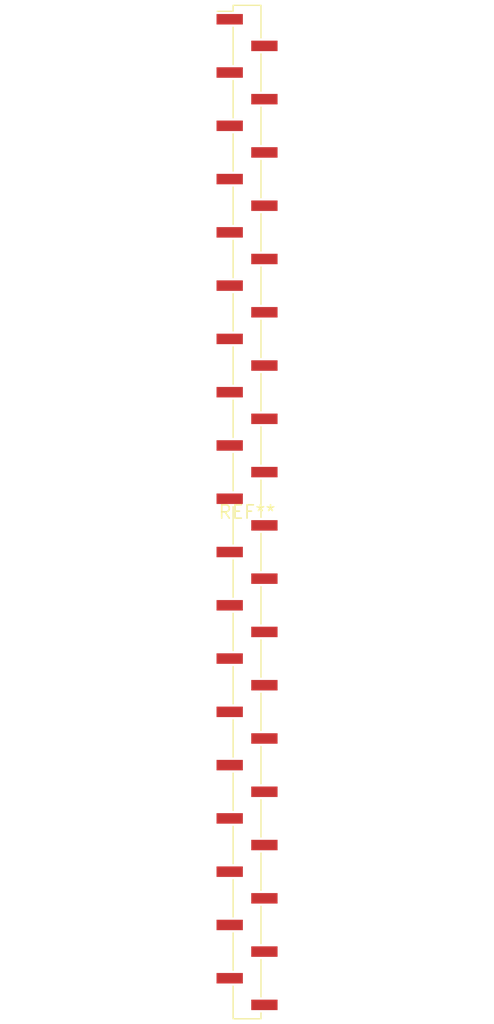
<source format=kicad_pcb>
(kicad_pcb (version 20240108) (generator pcbnew)
  (layers (0 "F.Cu" signal) (31 "B.Cu" signal) (34 "B.Paste" user) (35 "F.Paste" user) (36 "B.SilkS" user "B.Silkscreen") (37 "F.SilkS" user "F.Silkscreen") (38 "B.Mask" user) (39 "F.Mask" user) (44 "Edge.Cuts" user))
  (net 0 "")
  (footprint "PinHeader_1x38_P2.54mm_Vertical_SMD_Pin1Left" (layer "F.Cu") (at 0 0)
    (property "Reference" "REF**")
    (property "Value" "PinHeader_1x38_P2.54mm_Vertical_SMD_Pin1Left")
    (fp_line (start -1.33 -48.32) (end -1.33 -47.75) (layer "F.SilkS") (stroke (width 0.12)))
    (fp_line (start -1.33 -48.32) (end 1.33 -48.32) (layer "F.SilkS") (stroke (width 0.12)))
    (fp_line (start -1.33 -47.75) (end -2.85 -47.75) (layer "F.SilkS") (stroke (width 0.12)))
    (fp_line (start -1.33 -46.23) (end -1.33 -42.67) (layer "F.SilkS") (stroke (width 0.12)))
    (fp_line (start -1.33 -41.15) (end -1.33 -37.59) (layer "F.SilkS") (stroke (width 0.12)))
    (fp_line (start -1.33 -36.07) (end -1.33 -32.51) (layer "F.SilkS") (stroke (width 0.12)))
    (fp_line (start -1.33 -30.99) (end -1.33 -27.43) (layer "F.SilkS") (stroke (width 0.12)))
    (fp_line (start -1.33 -25.91) (end -1.33 -22.35) (layer "F.SilkS") (stroke (width 0.12)))
    (fp_line (start -1.33 -20.83) (end -1.33 -17.27) (layer "F.SilkS") (stroke (width 0.12)))
    (fp_line (start -1.33 -15.75) (end -1.33 -12.19) (layer "F.SilkS") (stroke (width 0.12)))
    (fp_line (start -1.33 -10.67) (end -1.33 -7.11) (layer "F.SilkS") (stroke (width 0.12)))
    (fp_line (start -1.33 -5.59) (end -1.33 -2.03) (layer "F.SilkS") (stroke (width 0.12)))
    (fp_line (start -1.33 -0.51) (end -1.33 3.05) (layer "F.SilkS") (stroke (width 0.12)))
    (fp_line (start -1.33 4.57) (end -1.33 8.13) (layer "F.SilkS") (stroke (width 0.12)))
    (fp_line (start -1.33 9.65) (end -1.33 13.21) (layer "F.SilkS") (stroke (width 0.12)))
    (fp_line (start -1.33 14.73) (end -1.33 18.29) (layer "F.SilkS") (stroke (width 0.12)))
    (fp_line (start -1.33 19.81) (end -1.33 23.37) (layer "F.SilkS") (stroke (width 0.12)))
    (fp_line (start -1.33 24.89) (end -1.33 28.45) (layer "F.SilkS") (stroke (width 0.12)))
    (fp_line (start -1.33 29.97) (end -1.33 33.53) (layer "F.SilkS") (stroke (width 0.12)))
    (fp_line (start -1.33 35.05) (end -1.33 38.61) (layer "F.SilkS") (stroke (width 0.12)))
    (fp_line (start -1.33 40.13) (end -1.33 43.69) (layer "F.SilkS") (stroke (width 0.12)))
    (fp_line (start -1.33 45.21) (end -1.33 48.32) (layer "F.SilkS") (stroke (width 0.12)))
    (fp_line (start -1.33 48.32) (end 1.33 48.32) (layer "F.SilkS") (stroke (width 0.12)))
    (fp_line (start 1.33 -48.32) (end 1.33 -45.21) (layer "F.SilkS") (stroke (width 0.12)))
    (fp_line (start 1.33 -43.69) (end 1.33 -40.13) (layer "F.SilkS") (stroke (width 0.12)))
    (fp_line (start 1.33 -38.61) (end 1.33 -35.05) (layer "F.SilkS") (stroke (width 0.12)))
    (fp_line (start 1.33 -33.53) (end 1.33 -29.97) (layer "F.SilkS") (stroke (width 0.12)))
    (fp_line (start 1.33 -28.45) (end 1.33 -24.89) (layer "F.SilkS") (stroke (width 0.12)))
    (fp_line (start 1.33 -23.37) (end 1.33 -19.81) (layer "F.SilkS") (stroke (width 0.12)))
    (fp_line (start 1.33 -18.29) (end 1.33 -14.73) (layer "F.SilkS") (stroke (width 0.12)))
    (fp_line (start 1.33 -13.21) (end 1.33 -9.65) (layer "F.SilkS") (stroke (width 0.12)))
    (fp_line (start 1.33 -8.13) (end 1.33 -4.57) (layer "F.SilkS") (stroke (width 0.12)))
    (fp_line (start 1.33 -3.05) (end 1.33 0.51) (layer "F.SilkS") (stroke (width 0.12)))
    (fp_line (start 1.33 2.03) (end 1.33 5.59) (layer "F.SilkS") (stroke (width 0.12)))
    (fp_line (start 1.33 7.11) (end 1.33 10.67) (layer "F.SilkS") (stroke (width 0.12)))
    (fp_line (start 1.33 12.19) (end 1.33 15.75) (layer "F.SilkS") (stroke (width 0.12)))
    (fp_line (start 1.33 17.27) (end 1.33 20.83) (layer "F.SilkS") (stroke (width 0.12)))
    (fp_line (start 1.33 22.35) (end 1.33 25.91) (layer "F.SilkS") (stroke (width 0.12)))
    (fp_line (start 1.33 27.43) (end 1.33 30.99) (layer "F.SilkS") (stroke (width 0.12)))
    (fp_line (start 1.33 32.51) (end 1.33 36.07) (layer "F.SilkS") (stroke (width 0.12)))
    (fp_line (start 1.33 37.59) (end 1.33 41.15) (layer "F.SilkS") (stroke (width 0.12)))
    (fp_line (start 1.33 42.67) (end 1.33 46.23) (layer "F.SilkS") (stroke (width 0.12)))
    (fp_line (start 1.33 47.75) (end 1.33 48.32) (layer "F.SilkS") (stroke (width 0.12)))
    (pad "1" smd rect (at -1.655 -46.99) (size 2.51 1) (layers "F.Cu" "F.Paste" "F.Mask"))
    (pad "2" smd rect (at 1.655 -44.45) (size 2.51 1) (layers "F.Cu" "F.Paste" "F.Mask"))
    (pad "3" smd rect (at -1.655 -41.91) (size 2.51 1) (layers "F.Cu" "F.Paste" "F.Mask"))
    (pad "4" smd rect (at 1.655 -39.37) (size 2.51 1) (layers "F.Cu" "F.Paste" "F.Mask"))
    (pad "5" smd rect (at -1.655 -36.83) (size 2.51 1) (layers "F.Cu" "F.Paste" "F.Mask"))
    (pad "6" smd rect (at 1.655 -34.29) (size 2.51 1) (layers "F.Cu" "F.Paste" "F.Mask"))
    (pad "7" smd rect (at -1.655 -31.75) (size 2.51 1) (layers "F.Cu" "F.Paste" "F.Mask"))
    (pad "8" smd rect (at 1.655 -29.21) (size 2.51 1) (layers "F.Cu" "F.Paste" "F.Mask"))
    (pad "9" smd rect (at -1.655 -26.67) (size 2.51 1) (layers "F.Cu" "F.Paste" "F.Mask"))
    (pad "10" smd rect (at 1.655 -24.13) (size 2.51 1) (layers "F.Cu" "F.Paste" "F.Mask"))
    (pad "11" smd rect (at -1.655 -21.59) (size 2.51 1) (layers "F.Cu" "F.Paste" "F.Mask"))
    (pad "12" smd rect (at 1.655 -19.05) (size 2.51 1) (layers "F.Cu" "F.Paste" "F.Mask"))
    (pad "13" smd rect (at -1.655 -16.51) (size 2.51 1) (layers "F.Cu" "F.Paste" "F.Mask"))
    (pad "14" smd rect (at 1.655 -13.97) (size 2.51 1) (layers "F.Cu" "F.Paste" "F.Mask"))
    (pad "15" smd rect (at -1.655 -11.43) (size 2.51 1) (layers "F.Cu" "F.Paste" "F.Mask"))
    (pad "16" smd rect (at 1.655 -8.89) (size 2.51 1) (layers "F.Cu" "F.Paste" "F.Mask"))
    (pad "17" smd rect (at -1.655 -6.35) (size 2.51 1) (layers "F.Cu" "F.Paste" "F.Mask"))
    (pad "18" smd rect (at 1.655 -3.81) (size 2.51 1) (layers "F.Cu" "F.Paste" "F.Mask"))
    (pad "19" smd rect (at -1.655 -1.27) (size 2.51 1) (layers "F.Cu" "F.Paste" "F.Mask"))
    (pad "20" smd rect (at 1.655 1.27) (size 2.51 1) (layers "F.Cu" "F.Paste" "F.Mask"))
    (pad "21" smd rect (at -1.655 3.81) (size 2.51 1) (layers "F.Cu" "F.Paste" "F.Mask"))
    (pad "22" smd rect (at 1.655 6.35) (size 2.51 1) (layers "F.Cu" "F.Paste" "F.Mask"))
    (pad "23" smd rect (at -1.655 8.89) (size 2.51 1) (layers "F.Cu" "F.Paste" "F.Mask"))
    (pad "24" smd rect (at 1.655 11.43) (size 2.51 1) (layers "F.Cu" "F.Paste" "F.Mask"))
    (pad "25" smd rect (at -1.655 13.97) (size 2.51 1) (layers "F.Cu" "F.Paste" "F.Mask"))
    (pad "26" smd rect (at 1.655 16.51) (size 2.51 1) (layers "F.Cu" "F.Paste" "F.Mask"))
    (pad "27" smd rect (at -1.655 19.05) (size 2.51 1) (layers "F.Cu" "F.Paste" "F.Mask"))
    (pad "28" smd rect (at 1.655 21.59) (size 2.51 1) (layers "F.Cu" "F.Paste" "F.Mask"))
    (pad "29" smd rect (at -1.655 24.13) (size 2.51 1) (layers "F.Cu" "F.Paste" "F.Mask"))
    (pad "30" smd rect (at 1.655 26.67) (size 2.51 1) (layers "F.Cu" "F.Paste" "F.Mask"))
    (pad "31" smd rect (at -1.655 29.21) (size 2.51 1) (layers "F.Cu" "F.Paste" "F.Mask"))
    (pad "32" smd rect (at 1.655 31.75) (size 2.51 1) (layers "F.Cu" "F.Paste" "F.Mask"))
    (pad "33" smd rect (at -1.655 34.29) (size 2.51 1) (layers "F.Cu" "F.Paste" "F.Mask"))
    (pad "34" smd rect (at 1.655 36.83) (size 2.51 1) (layers "F.Cu" "F.Paste" "F.Mask"))
    (pad "35" smd rect (at -1.655 39.37) (size 2.51 1) (layers "F.Cu" "F.Paste" "F.Mask"))
    (pad "36" smd rect (at 1.655 41.91) (size 2.51 1) (layers "F.Cu" "F.Paste" "F.Mask"))
    (pad "37" smd rect (at -1.655 44.45) (size 2.51 1) (layers "F.Cu" "F.Paste" "F.Mask"))
    (pad "38" smd rect (at 1.655 46.99) (size 2.51 1) (layers "F.Cu" "F.Paste" "F.Mask"))
  )
)
</source>
